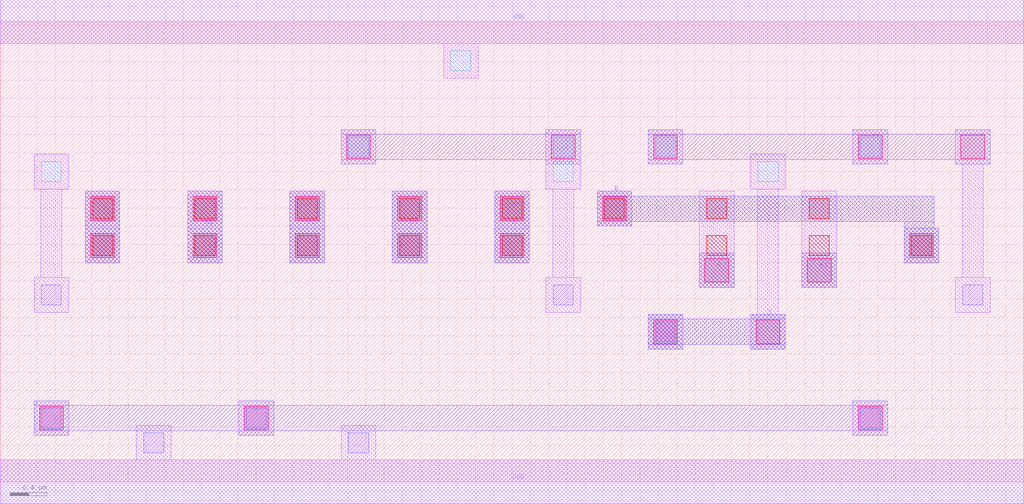
<source format=lef>
MACRO AOOAAOI2132
 CLASS CORE ;
 FOREIGN AOOAAOI2132 0 0 ;
 SIZE 11.200000000000001 BY 5.04 ;
 ORIGIN 0 0 ;
 SYMMETRY X Y R90 ;
 SITE unit ;
  PIN VDD
   DIRECTION INOUT ;
   USE POWER ;
   SHAPE ABUTMENT ;
    PORT
     CLASS CORE ;
       LAYER met1 ;
        RECT 0.00000000 4.80000000 11.20000000 5.28000000 ;
    END
  END VDD

  PIN GND
   DIRECTION INOUT ;
   USE POWER ;
   SHAPE ABUTMENT ;
    PORT
     CLASS CORE ;
       LAYER met1 ;
        RECT 0.00000000 -0.24000000 11.20000000 0.24000000 ;
    END
  END GND

  PIN Y
   DIRECTION INOUT ;
   USE SIGNAL ;
   SHAPE ABUTMENT ;
    PORT
     CLASS CORE ;
       LAYER met2 ;
        RECT 7.09000000 1.45200000 7.47000000 1.50200000 ;
        RECT 8.21000000 1.45200000 8.59000000 1.50200000 ;
        RECT 7.09000000 1.50200000 8.59000000 1.78200000 ;
        RECT 7.09000000 1.78200000 7.47000000 1.83200000 ;
        RECT 8.21000000 1.78200000 8.59000000 1.83200000 ;
    END
  END Y

  PIN C2
   DIRECTION INOUT ;
   USE SIGNAL ;
   SHAPE ABUTMENT ;
    PORT
     CLASS CORE ;
       LAYER met2 ;
        RECT 3.17000000 2.39700000 3.55000000 3.18200000 ;
    END
  END C2

  PIN C
   DIRECTION INOUT ;
   USE SIGNAL ;
   SHAPE ABUTMENT ;
    PORT
     CLASS CORE ;
       LAYER met2 ;
        RECT 0.93000000 2.39700000 1.31000000 3.18200000 ;
    END
  END C

  PIN D1
   DIRECTION INOUT ;
   USE SIGNAL ;
   SHAPE ABUTMENT ;
    PORT
     CLASS CORE ;
       LAYER met2 ;
        RECT 4.29000000 2.39700000 4.67000000 3.18200000 ;
    END
  END D1

  PIN D
   DIRECTION INOUT ;
   USE SIGNAL ;
   SHAPE ABUTMENT ;
    PORT
     CLASS CORE ;
       LAYER met2 ;
        RECT 5.41000000 2.39700000 5.79000000 3.18200000 ;
    END
  END D

  PIN C1
   DIRECTION INOUT ;
   USE SIGNAL ;
   SHAPE ABUTMENT ;
    PORT
     CLASS CORE ;
       LAYER met2 ;
        RECT 2.05000000 2.39700000 2.43000000 3.18200000 ;
    END
  END C1

  PIN A
   DIRECTION INOUT ;
   USE SIGNAL ;
   SHAPE ABUTMENT ;
    PORT
     CLASS CORE ;
       LAYER met2 ;
        RECT 7.65000000 2.12700000 8.03000000 2.50700000 ;
    END
  END A

  PIN B
   DIRECTION INOUT ;
   USE SIGNAL ;
   SHAPE ABUTMENT ;
    PORT
     CLASS CORE ;
       LAYER met2 ;
        RECT 9.89000000 2.39700000 10.27000000 2.77700000 ;
        RECT 6.53000000 2.80200000 6.91000000 2.85200000 ;
        RECT 9.89000000 2.77700000 10.22000000 2.85200000 ;
        RECT 6.53000000 2.85200000 10.22000000 3.13200000 ;
        RECT 6.53000000 3.13200000 6.91000000 3.18200000 ;
    END
  END B

  PIN A1
   DIRECTION INOUT ;
   USE SIGNAL ;
   SHAPE ABUTMENT ;
    PORT
     CLASS CORE ;
       LAYER met2 ;
        RECT 8.77000000 2.12700000 9.15000000 2.50700000 ;
    END
  END A1

 OBS
    LAYER polycont ;
     RECT 1.01000000 2.47700000 1.23000000 2.69700000 ;
     RECT 2.13000000 2.47700000 2.35000000 2.69700000 ;
     RECT 3.25000000 2.47700000 3.47000000 2.69700000 ;
     RECT 4.37000000 2.47700000 4.59000000 2.69700000 ;
     RECT 5.49000000 2.47700000 5.71000000 2.69700000 ;
     RECT 7.73000000 2.47700000 7.95000000 2.69700000 ;
     RECT 8.85000000 2.47700000 9.07000000 2.69700000 ;
     RECT 9.97000000 2.47700000 10.19000000 2.69700000 ;
     RECT 1.01000000 2.88200000 1.23000000 3.10200000 ;
     RECT 2.13000000 2.88200000 2.35000000 3.10200000 ;
     RECT 3.25000000 2.88200000 3.47000000 3.10200000 ;
     RECT 4.37000000 2.88200000 4.59000000 3.10200000 ;
     RECT 5.49000000 2.88200000 5.71000000 3.10200000 ;
     RECT 6.61000000 2.88200000 6.83000000 3.10200000 ;
     RECT 7.73000000 2.88200000 7.95000000 3.10200000 ;
     RECT 8.85000000 2.88200000 9.07000000 3.10200000 ;

    LAYER pdiffc ;
     RECT 0.45000000 3.28700000 0.67000000 3.50700000 ;
     RECT 6.05000000 3.28700000 6.27000000 3.50700000 ;
     RECT 8.29000000 3.28700000 8.51000000 3.50700000 ;
     RECT 3.81000000 3.55700000 4.03000000 3.77700000 ;
     RECT 6.05000000 3.55700000 6.27000000 3.77700000 ;
     RECT 7.17000000 3.55700000 7.39000000 3.77700000 ;
     RECT 9.41000000 3.55700000 9.63000000 3.77700000 ;
     RECT 4.93000000 4.50200000 5.15000000 4.72200000 ;

    LAYER ndiffc ;
     RECT 1.57000000 0.31700000 1.79000000 0.53700000 ;
     RECT 3.81000000 0.31700000 4.03000000 0.53700000 ;
     RECT 0.45000000 0.58700000 0.67000000 0.80700000 ;
     RECT 2.69000000 0.58700000 2.91000000 0.80700000 ;
     RECT 9.41000000 0.58700000 9.63000000 0.80700000 ;
     RECT 7.17000000 1.53200000 7.39000000 1.75200000 ;
     RECT 0.45000000 1.93700000 0.67000000 2.15700000 ;
     RECT 6.05000000 1.93700000 6.27000000 2.15700000 ;
     RECT 10.53000000 1.93700000 10.75000000 2.15700000 ;

    LAYER met1 ;
     RECT 0.00000000 -0.24000000 11.20000000 0.24000000 ;
     RECT 1.49000000 0.24000000 1.87000000 0.61700000 ;
     RECT 3.73000000 0.24000000 4.11000000 0.61700000 ;
     RECT 0.37000000 0.50700000 0.75000000 0.88700000 ;
     RECT 2.61000000 0.50700000 2.99000000 0.88700000 ;
     RECT 9.33000000 0.50700000 9.71000000 0.88700000 ;
     RECT 7.09000000 1.45200000 7.47000000 1.83200000 ;
     RECT 0.93000000 2.39700000 1.31000000 2.77700000 ;
     RECT 2.05000000 2.39700000 2.43000000 2.77700000 ;
     RECT 3.17000000 2.39700000 3.55000000 2.77700000 ;
     RECT 4.29000000 2.39700000 4.67000000 2.77700000 ;
     RECT 5.41000000 2.39700000 5.79000000 2.77700000 ;
     RECT 9.89000000 2.39700000 10.27000000 2.77700000 ;
     RECT 0.93000000 2.80200000 1.31000000 3.18200000 ;
     RECT 2.05000000 2.80200000 2.43000000 3.18200000 ;
     RECT 3.17000000 2.80200000 3.55000000 3.18200000 ;
     RECT 4.29000000 2.80200000 4.67000000 3.18200000 ;
     RECT 5.41000000 2.80200000 5.79000000 3.18200000 ;
     RECT 6.53000000 2.80200000 6.91000000 3.18200000 ;
     RECT 7.65000000 2.12700000 8.03000000 3.18200000 ;
     RECT 8.77000000 2.12700000 9.15000000 3.18200000 ;
     RECT 0.37000000 1.85700000 0.75000000 2.23700000 ;
     RECT 0.44500000 2.23700000 0.67500000 3.20700000 ;
     RECT 0.37000000 3.20700000 0.75000000 3.58700000 ;
     RECT 8.21000000 1.45200000 8.59000000 1.83200000 ;
     RECT 8.28500000 1.83200000 8.51500000 3.20700000 ;
     RECT 8.21000000 3.20700000 8.59000000 3.58700000 ;
     RECT 3.73000000 3.47700000 4.11000000 3.85700000 ;
     RECT 5.97000000 1.85700000 6.35000000 2.23700000 ;
     RECT 6.04500000 2.23700000 6.27500000 3.20700000 ;
     RECT 5.97000000 3.20700000 6.35000000 3.85700000 ;
     RECT 7.09000000 3.47700000 7.47000000 3.85700000 ;
     RECT 9.33000000 3.47700000 9.71000000 3.85700000 ;
     RECT 10.45000000 1.85700000 10.83000000 2.23700000 ;
     RECT 10.52500000 2.23700000 10.75500000 3.47700000 ;
     RECT 10.45000000 3.47700000 10.83000000 3.85700000 ;
     RECT 4.85000000 4.42200000 5.23000000 4.80000000 ;
     RECT 0.00000000 4.80000000 11.20000000 5.28000000 ;

    LAYER via1 ;
     RECT 0.43000000 0.56700000 0.69000000 0.82700000 ;
     RECT 2.67000000 0.56700000 2.93000000 0.82700000 ;
     RECT 9.39000000 0.56700000 9.65000000 0.82700000 ;
     RECT 7.15000000 1.51200000 7.41000000 1.77200000 ;
     RECT 8.27000000 1.51200000 8.53000000 1.77200000 ;
     RECT 7.71000000 2.18700000 7.97000000 2.44700000 ;
     RECT 8.83000000 2.18700000 9.09000000 2.44700000 ;
     RECT 0.99000000 2.45700000 1.25000000 2.71700000 ;
     RECT 2.11000000 2.45700000 2.37000000 2.71700000 ;
     RECT 3.23000000 2.45700000 3.49000000 2.71700000 ;
     RECT 4.35000000 2.45700000 4.61000000 2.71700000 ;
     RECT 5.47000000 2.45700000 5.73000000 2.71700000 ;
     RECT 9.95000000 2.45700000 10.21000000 2.71700000 ;
     RECT 0.99000000 2.86200000 1.25000000 3.12200000 ;
     RECT 2.11000000 2.86200000 2.37000000 3.12200000 ;
     RECT 3.23000000 2.86200000 3.49000000 3.12200000 ;
     RECT 4.35000000 2.86200000 4.61000000 3.12200000 ;
     RECT 5.47000000 2.86200000 5.73000000 3.12200000 ;
     RECT 6.59000000 2.86200000 6.85000000 3.12200000 ;
     RECT 3.79000000 3.53700000 4.05000000 3.79700000 ;
     RECT 6.03000000 3.53700000 6.29000000 3.79700000 ;
     RECT 7.15000000 3.53700000 7.41000000 3.79700000 ;
     RECT 9.39000000 3.53700000 9.65000000 3.79700000 ;
     RECT 10.51000000 3.53700000 10.77000000 3.79700000 ;

    LAYER met2 ;
     RECT 0.37000000 0.50700000 0.75000000 0.55700000 ;
     RECT 2.61000000 0.50700000 2.99000000 0.55700000 ;
     RECT 9.33000000 0.50700000 9.71000000 0.55700000 ;
     RECT 0.37000000 0.55700000 9.71000000 0.83700000 ;
     RECT 0.37000000 0.83700000 0.75000000 0.88700000 ;
     RECT 2.61000000 0.83700000 2.99000000 0.88700000 ;
     RECT 9.33000000 0.83700000 9.71000000 0.88700000 ;
     RECT 7.09000000 1.45200000 7.47000000 1.50200000 ;
     RECT 8.21000000 1.45200000 8.59000000 1.50200000 ;
     RECT 7.09000000 1.50200000 8.59000000 1.78200000 ;
     RECT 7.09000000 1.78200000 7.47000000 1.83200000 ;
     RECT 8.21000000 1.78200000 8.59000000 1.83200000 ;
     RECT 7.65000000 2.12700000 8.03000000 2.50700000 ;
     RECT 8.77000000 2.12700000 9.15000000 2.50700000 ;
     RECT 0.93000000 2.39700000 1.31000000 3.18200000 ;
     RECT 2.05000000 2.39700000 2.43000000 3.18200000 ;
     RECT 3.17000000 2.39700000 3.55000000 3.18200000 ;
     RECT 4.29000000 2.39700000 4.67000000 3.18200000 ;
     RECT 5.41000000 2.39700000 5.79000000 3.18200000 ;
     RECT 9.89000000 2.39700000 10.27000000 2.77700000 ;
     RECT 6.53000000 2.80200000 6.91000000 2.85200000 ;
     RECT 9.89000000 2.77700000 10.22000000 2.85200000 ;
     RECT 6.53000000 2.85200000 10.22000000 3.13200000 ;
     RECT 6.53000000 3.13200000 6.91000000 3.18200000 ;
     RECT 3.73000000 3.47700000 4.11000000 3.52700000 ;
     RECT 5.97000000 3.47700000 6.35000000 3.52700000 ;
     RECT 3.73000000 3.52700000 6.35000000 3.80700000 ;
     RECT 3.73000000 3.80700000 4.11000000 3.85700000 ;
     RECT 5.97000000 3.80700000 6.35000000 3.85700000 ;
     RECT 7.09000000 3.47700000 7.47000000 3.52700000 ;
     RECT 9.33000000 3.47700000 9.71000000 3.52700000 ;
     RECT 10.45000000 3.47700000 10.83000000 3.52700000 ;
     RECT 7.09000000 3.52700000 10.83000000 3.80700000 ;
     RECT 7.09000000 3.80700000 7.47000000 3.85700000 ;
     RECT 9.33000000 3.80700000 9.71000000 3.85700000 ;
     RECT 10.45000000 3.80700000 10.83000000 3.85700000 ;

 END
END AOOAAOI2132

</source>
